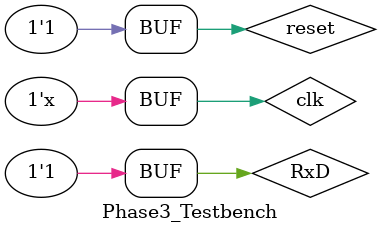
<source format=v>
`timescale 1ns / 1ps


module Phase3_Testbench;

	// Inputs
	reg clk;
	reg RxD;
	reg reset;

	// Outputs
	wire TxD;
	wire v_sync;
	wire h_sync;
	wire [2:0] rgb;

	// Instantiate the Unit Under Test (UUT)
	Phase_3_Top uut (
		.clk(clk), 
		.RxD(RxD), 
		.reset(reset), 
		.TxD(TxD),  
		.v_sync(v_sync), 
		.h_sync(h_sync), 
		.rgb(rgb)
	);

	initial begin
		// Initialize Inputs
		clk = 0;
		RxD = 1;
		reset = 1;

		// Wait 100 ns for global reset to finish
		#100;
		

        
		// Add stimulus here

	end
	
    always #20.833 clk = !clk; 
	 
endmodule


</source>
